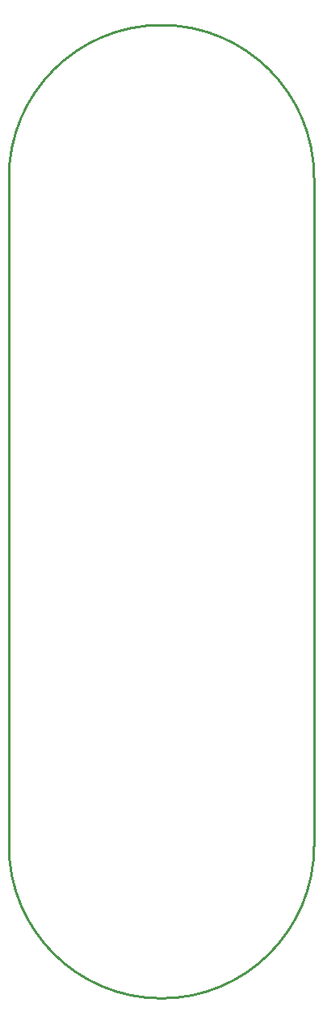
<source format=gko>
G04 Layer: BoardOutlineLayer*
G04 EasyEDA v6.5.1, 2022-07-30 07:33:27*
G04 979763ed04074d789ee4af78e92af6cb,10*
G04 Gerber Generator version 0.2*
G04 Scale: 100 percent, Rotated: No, Reflected: No *
G04 Dimensions in millimeters *
G04 leading zeros omitted , absolute positions ,4 integer and 5 decimal *
%FSLAX45Y45*%
%MOMM*%

%ADD10C,0.2540*%
D10*
X-1599999Y3500000D02*
G01*
X-1599999Y-3500000D01*
X1599999Y3500000D02*
G01*
X1599999Y-3500000D01*
G75*
G01*
X1599936Y3500128D02*
G03*
X-1600060Y3500255I-1599998J-1952D01*
G75*
G01*
X-1599936Y-3500128D02*
G03*
X1600060Y-3500255I1599998J1952D01*

%LPD*%
M02*

</source>
